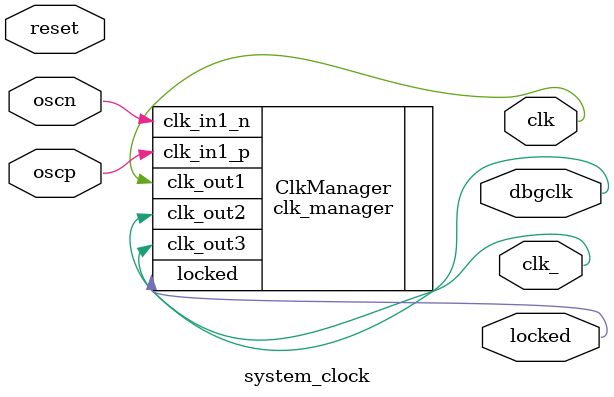
<source format=v>
`include "nettype.vh"
`include "global_config.vh"
`include "stddef.vh"
`include "clock.vh"

module system_clock(
    input wire oscp,
    input wire oscn,
    input wire reset,
    output wire clk,
    output wire clk_,
    output wire dbgclk,
    output wire locked
);

    clk_manager ClkManager(
        .clk_out1(clk),     // output clk_out1
        .clk_out2(dbgclk),
        .clk_out3(clk_),
        // Status and control signals
       // Clock in ports
       //.reset(reset),
        .clk_in1_p(oscp),    // input clk_in1_p
        .clk_in1_n(oscn),    // input clk_in1_n
        .locked(locked)
    );

endmodule

</source>
